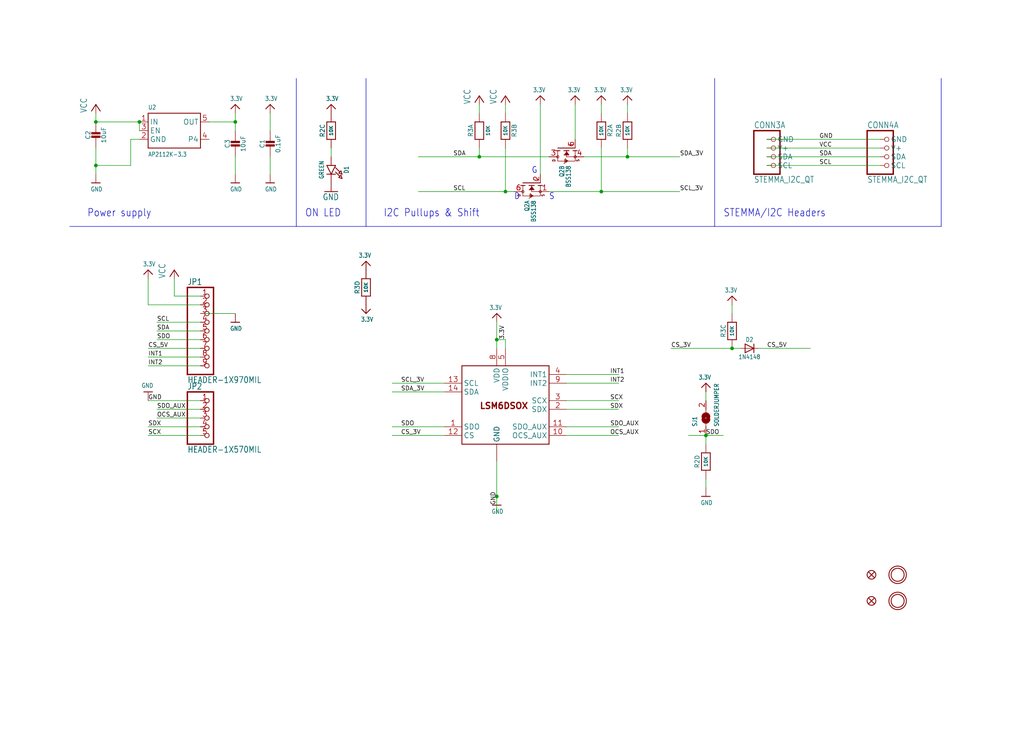
<source format=kicad_sch>
(kicad_sch (version 20250114) (generator "eeschema") (generator_version "9.0")
  (paper "User" 298.45 217.322)
  (lib_symbols
    (symbol "Adafruit_LSM6DSOX-eagle-import:3.3V" (power)
      (symbol "3.3V_1_0"
        (polyline (pts (xy -1.27 -1.27) (xy 0 0)) (stroke (width 0.254)))
        (polyline (pts (xy 0 0) (xy 1.27 -1.27)) (stroke (width 0.254)))
        (pin power_in line (at 0 -2.54 90) (length 2.54) (name "3.3V") (number "1"))
      )
    )
    (symbol "Adafruit_LSM6DSOX-eagle-import:CAP_CERAMIC0603_NO"
      (property "Reference" "C" (at -2.29 1.25 90))
      (symbol "CAP_CERAMIC0603_NO_1_0"
        (rectangle (start -1.27 1.524) (end 1.27 2.032) (fill (type outline)))
        (rectangle (start -1.27 0.508) (end 1.27 1.016) (fill (type outline)))
        (polyline (pts (xy 0 2.54) (xy 0 1.778)) (stroke (width 0.1524)))
        (polyline (pts (xy 0 0.762) (xy 0 0)) (stroke (width 0.1524)))
        (pin passive line (at 0 5.08 270) (length 2.54) (name "1") (number "1"))
        (pin passive line (at 0 -2.54 90) (length 2.54) (name "2") (number "2"))
      )
    )
    (symbol "Adafruit_LSM6DSOX-eagle-import:CAP_CERAMIC0805-NOOUTLINE"
      (property "Reference" "C" (at -2.29 1.25 90))
      (symbol "CAP_CERAMIC0805-NOOUTLINE_1_0"
        (rectangle (start -1.27 1.524) (end 1.27 2.032) (fill (type outline)))
        (rectangle (start -1.27 0.508) (end 1.27 1.016) (fill (type outline)))
        (polyline (pts (xy 0 2.54) (xy 0 1.778)) (stroke (width 0.1524)))
        (polyline (pts (xy 0 0.762) (xy 0 0)) (stroke (width 0.1524)))
        (pin passive line (at 0 5.08 270) (length 2.54) (name "1") (number "1"))
        (pin passive line (at 0 -2.54 90) (length 2.54) (name "2") (number "2"))
      )
    )
    (symbol "Adafruit_LSM6DSOX-eagle-import:DIODESOD-323"
      (property "Reference" "D" (at 0 2.54 0))
      (symbol "DIODESOD-323_1_0"
        (polyline (pts (xy -1.27 1.27) (xy -1.27 -1.27)) (stroke (width 0.254)))
        (polyline (pts (xy -1.27 -1.27) (xy 1.27 0)) (stroke (width 0.254)))
        (polyline (pts (xy 1.27 1.27) (xy 1.27 0)) (stroke (width 0.254)))
        (polyline (pts (xy 1.27 0) (xy -1.27 1.27)) (stroke (width 0.254)))
        (polyline (pts (xy 1.27 0) (xy 1.27 -1.27)) (stroke (width 0.254)))
        (pin passive line (at -2.54 0 0) (length 2.54) (name "A") (number "A"))
        (pin passive line (at 2.54 0 180) (length 2.54) (name "C") (number "C"))
      )
    )
    (symbol "Adafruit_LSM6DSOX-eagle-import:FIDUCIAL_1MM"
      (symbol "FIDUCIAL_1MM_1_0"
        (polyline (pts (xy -0.762 0.762) (xy 0.762 -0.762)) (stroke (width 0.254)))
        (circle (center 0 0) (radius 1.27) (stroke (width 0.254)))
        (polyline (pts (xy 0.762 0.762) (xy -0.762 -0.762)) (stroke (width 0.254)))
      )
    )
    (symbol "Adafruit_LSM6DSOX-eagle-import:GND" (power)
      (symbol "GND_1_0"
        (polyline (pts (xy -1.27 0) (xy 1.27 0)) (stroke (width 0.254)))
        (pin power_in line (at 0 2.54 270) (length 2.54) (name "GND") (number "1"))
      )
    )
    (symbol "Adafruit_LSM6DSOX-eagle-import:HEADER-1X570MIL"
      (property "Reference" "JP" (at -6.35 8.255 0))
      (symbol "HEADER-1X570MIL_1_0"
        (polyline (pts (xy -6.35 7.62) (xy -6.35 -7.62)) (stroke (width 0.4064)))
        (polyline (pts (xy -6.35 -7.62) (xy 1.27 -7.62)) (stroke (width 0.4064)))
        (polyline (pts (xy 1.27 7.62) (xy -6.35 7.62)) (stroke (width 0.4064)))
        (polyline (pts (xy 1.27 -7.62) (xy 1.27 7.62)) (stroke (width 0.4064)))
        (pin passive inverted (at -2.54 5.08 0) (length 2.54) (name "1") (number "1"))
        (pin passive inverted (at -2.54 2.54 0) (length 2.54) (name "2") (number "2"))
        (pin passive inverted (at -2.54 0 0) (length 2.54) (name "3") (number "3"))
        (pin passive inverted (at -2.54 -2.54 0) (length 2.54) (name "4") (number "4"))
        (pin passive inverted (at -2.54 -5.08 0) (length 2.54) (name "5") (number "5"))
      )
    )
    (symbol "Adafruit_LSM6DSOX-eagle-import:HEADER-1X970MIL"
      (property "Reference" "JP" (at -6.35 13.335 0))
      (symbol "HEADER-1X970MIL_1_0"
        (polyline (pts (xy -6.35 12.7) (xy -6.35 -12.7)) (stroke (width 0.4064)))
        (polyline (pts (xy -6.35 -12.7) (xy 1.27 -12.7)) (stroke (width 0.4064)))
        (polyline (pts (xy 1.27 12.7) (xy -6.35 12.7)) (stroke (width 0.4064)))
        (polyline (pts (xy 1.27 -12.7) (xy 1.27 12.7)) (stroke (width 0.4064)))
        (pin passive inverted (at -2.54 10.16 0) (length 2.54) (name "1") (number "1"))
        (pin passive inverted (at -2.54 7.62 0) (length 2.54) (name "2") (number "2"))
        (pin passive inverted (at -2.54 5.08 0) (length 2.54) (name "3") (number "3"))
        (pin passive inverted (at -2.54 2.54 0) (length 2.54) (name "4") (number "4"))
        (pin passive inverted (at -2.54 0 0) (length 2.54) (name "5") (number "5"))
        (pin passive inverted (at -2.54 -2.54 0) (length 2.54) (name "6") (number "6"))
        (pin passive inverted (at -2.54 -5.08 0) (length 2.54) (name "7") (number "7"))
        (pin passive inverted (at -2.54 -7.62 0) (length 2.54) (name "8") (number "8"))
        (pin passive inverted (at -2.54 -10.16 0) (length 2.54) (name "9") (number "9"))
      )
    )
    (symbol "Adafruit_LSM6DSOX-eagle-import:LED0603_NOOUTLINE"
      (property "Reference" "D" (at -1.27 4.445 0))
      (symbol "LED0603_NOOUTLINE_1_0"
        (polyline (pts (xy -2.54 1.27) (xy -2.54 -1.27)) (stroke (width 0.254)))
        (polyline (pts (xy -2.54 -1.27) (xy 0 0)) (stroke (width 0.254)))
        (polyline (pts (xy -1.905 1.27) (xy -0.635 2.54)) (stroke (width 0.254)))
        (polyline (pts (xy -0.9525 2.8575) (xy -0.3175 2.2225)) (stroke (width 0.254)))
        (polyline (pts (xy -0.635 1.27) (xy 0.635 2.54)) (stroke (width 0.254)))
        (polyline (pts (xy -0.3175 2.2225) (xy 0 3.175)) (stroke (width 0.254)))
        (polyline (pts (xy 0 3.175) (xy -0.9525 2.8575)) (stroke (width 0.254)))
        (polyline (pts (xy 0 1.27) (xy 0 0)) (stroke (width 0.254)))
        (polyline (pts (xy 0 0) (xy -2.54 1.27)) (stroke (width 0.254)))
        (polyline (pts (xy 0 0) (xy 0 -1.27)) (stroke (width 0.254)))
        (polyline (pts (xy 0.3175 2.8575) (xy 0.9525 2.2225)) (stroke (width 0.254)))
        (polyline (pts (xy 0.9525 2.2225) (xy 1.27 3.175)) (stroke (width 0.254)))
        (polyline (pts (xy 1.27 3.175) (xy 0.3175 2.8575)) (stroke (width 0.254)))
        (pin passive line (at -5.08 0 0) (length 2.54) (name "A") (number "A"))
        (pin passive line (at 2.54 0 180) (length 2.54) (name "C") (number "C"))
      )
    )
    (symbol "Adafruit_LSM6DSOX-eagle-import:LSM6DSOX"
      (symbol "LSM6DSOX_1_0"
        (polyline (pts (xy -10.16 10.16) (xy 15.24 10.16)) (stroke (width 0.254)))
        (polyline (pts (xy -10.16 -12.7) (xy -10.16 10.16)) (stroke (width 0.254)))
        (polyline (pts (xy 15.24 10.16) (xy 15.24 -12.7)) (stroke (width 0.254)))
        (polyline (pts (xy 15.24 -12.7) (xy -10.16 -12.7)) (stroke (width 0.254)))
        (text "LSM6DSOX" (at -5.08 -2.54 0) (effects (font (size 1.778 1.778) (thickness 0.3556) (bold yes)) (justify left bottom)))
        (pin bidirectional line (at -15.24 5.08 0) (length 5.08) (name "SCL") (number "13"))
        (pin bidirectional line (at -15.24 2.54 0) (length 5.08) (name "SDA") (number "14"))
        (pin bidirectional line (at -15.24 -7.62 0) (length 5.08) (name "SDO") (number "1"))
        (pin bidirectional line (at -15.24 -10.16 0) (length 5.08) (name "CS") (number "12"))
        (pin power_in line (at 0 15.24 270) (length 5.08) (name "VDD") (number "8"))
        (pin power_in line (at 0 -17.78 90) (length 5.08) (name "GND") (number "6"))
        (pin power_in line (at 0 -17.78 90) (length 5.08) (name "GND") (number "7"))
        (pin power_in line (at 2.54 15.24 270) (length 5.08) (name "VDDIO") (number "5"))
        (pin bidirectional line (at 20.32 7.62 180) (length 5.08) (name "INT1") (number "4"))
        (pin bidirectional line (at 20.32 5.08 180) (length 5.08) (name "INT2") (number "9"))
        (pin bidirectional line (at 20.32 0 180) (length 5.08) (name "SCX") (number "3"))
        (pin bidirectional line (at 20.32 -2.54 180) (length 5.08) (name "SDX") (number "2"))
        (pin bidirectional line (at 20.32 -7.62 180) (length 5.08) (name "SDO_AUX") (number "11"))
        (pin bidirectional line (at 20.32 -10.16 180) (length 5.08) (name "OCS_AUX") (number "10"))
      )
    )
    (symbol "Adafruit_LSM6DSOX-eagle-import:MOSFET-N_DUAL"
      (property "Reference" "Q" (at 5.08 0.635 0))
      (symbol "MOSFET-N_DUAL_1_0"
        (polyline (pts (xy 0 2.54) (xy 0 -2.54)) (stroke (width 0.254)))
        (polyline (pts (xy 0.762 3.175) (xy 0.762 2.54)) (stroke (width 0.254)))
        (polyline (pts (xy 0.762 2.54) (xy 0.762 1.905)) (stroke (width 0.254)))
        (polyline (pts (xy 0.762 2.54) (xy 3.81 2.54)) (stroke (width 0.1524)))
        (polyline (pts (xy 0.762 0.762) (xy 0.762 0)) (stroke (width 0.254)))
        (polyline (pts (xy 0.762 0) (xy 0.762 -0.762)) (stroke (width 0.254)))
        (polyline (pts (xy 0.762 0) (xy 2.54 0)) (stroke (width 0.1524)))
        (polyline (pts (xy 0.762 -1.905) (xy 0.762 -2.54)) (stroke (width 0.254)))
        (polyline (pts (xy 0.762 -2.54) (xy 0.762 -3.175)) (stroke (width 0.254)))
        (polyline (pts (xy 1.016 0) (xy 2.032 -0.762) (xy 2.032 0.762)) (stroke (width 0.1524)) (fill (type outline)))
        (circle (center 2.54 2.54) (radius 0.3592))
        (polyline (pts (xy 2.54 0) (xy 2.54 -2.54)) (stroke (width 0.1524)))
        (polyline (pts (xy 2.54 -2.54) (xy 0.762 -2.54)) (stroke (width 0.1524)))
        (polyline (pts (xy 2.54 -2.54) (xy 3.81 -2.54)) (stroke (width 0.1524)))
        (circle (center 2.54 -2.54) (radius 0.3592))
        (polyline (pts (xy 3.302 0.508) (xy 3.048 0.254)) (stroke (width 0.1524)))
        (polyline (pts (xy 3.81 2.54) (xy 3.81 0.508)) (stroke (width 0.1524)))
        (polyline (pts (xy 3.81 0.508) (xy 3.302 0.508)) (stroke (width 0.1524)))
        (polyline (pts (xy 3.81 0.508) (xy 3.81 -2.54)) (stroke (width 0.1524)))
        (polyline (pts (xy 3.81 -0.508) (xy 3.302 0.254) (xy 4.318 0.254)) (stroke (width 0.1524)) (fill (type outline)))
        (polyline (pts (xy 4.318 0.508) (xy 3.81 0.508)) (stroke (width 0.1524)))
        (polyline (pts (xy 4.572 0.762) (xy 4.318 0.508)) (stroke (width 0.1524)))
        (text "G" (at -1.27 -1.905 0) (effects (font (size 0.8128 0.6908)) (justify left bottom)))
        (text "D" (at 3.175 3.175 0) (effects (font (size 0.8128 0.6908)) (justify left bottom)))
        (text "S" (at 3.175 -3.81 0) (effects (font (size 0.8128 0.6908)) (justify left bottom)))
        (pin bidirectional line (at -2.54 -2.54 0) (length 2.54) (name "G") (number "2"))
        (pin bidirectional line (at 2.54 5.08 270) (length 2.54) (name "D") (number "6"))
        (pin bidirectional line (at 2.54 -5.08 90) (length 2.54) (name "S") (number "1"))
      )
      (symbol "MOSFET-N_DUAL_2_0"
        (polyline (pts (xy 0 2.54) (xy 0 -2.54)) (stroke (width 0.254)))
        (polyline (pts (xy 0.762 3.175) (xy 0.762 2.54)) (stroke (width 0.254)))
        (polyline (pts (xy 0.762 2.54) (xy 0.762 1.905)) (stroke (width 0.254)))
        (polyline (pts (xy 0.762 2.54) (xy 3.81 2.54)) (stroke (width 0.1524)))
        (polyline (pts (xy 0.762 0.762) (xy 0.762 0)) (stroke (width 0.254)))
        (polyline (pts (xy 0.762 0) (xy 0.762 -0.762)) (stroke (width 0.254)))
        (polyline (pts (xy 0.762 0) (xy 2.54 0)) (stroke (width 0.1524)))
        (polyline (pts (xy 0.762 -1.905) (xy 0.762 -2.54)) (stroke (width 0.254)))
        (polyline (pts (xy 0.762 -2.54) (xy 0.762 -3.175)) (stroke (width 0.254)))
        (polyline (pts (xy 1.016 0) (xy 2.032 -0.762) (xy 2.032 0.762)) (stroke (width 0.1524)) (fill (type outline)))
        (circle (center 2.54 2.54) (radius 0.3592))
        (polyline (pts (xy 2.54 0) (xy 2.54 -2.54)) (stroke (width 0.1524)))
        (polyline (pts (xy 2.54 -2.54) (xy 0.762 -2.54)) (stroke (width 0.1524)))
        (polyline (pts (xy 2.54 -2.54) (xy 3.81 -2.54)) (stroke (width 0.1524)))
        (circle (center 2.54 -2.54) (radius 0.3592))
        (polyline (pts (xy 3.302 0.508) (xy 3.048 0.254)) (stroke (width 0.1524)))
        (polyline (pts (xy 3.81 2.54) (xy 3.81 0.508)) (stroke (width 0.1524)))
        (polyline (pts (xy 3.81 0.508) (xy 3.302 0.508)) (stroke (width 0.1524)))
        (polyline (pts (xy 3.81 0.508) (xy 3.81 -2.54)) (stroke (width 0.1524)))
        (polyline (pts (xy 3.81 -0.508) (xy 3.302 0.254) (xy 4.318 0.254)) (stroke (width 0.1524)) (fill (type outline)))
        (polyline (pts (xy 4.318 0.508) (xy 3.81 0.508)) (stroke (width 0.1524)))
        (polyline (pts (xy 4.572 0.762) (xy 4.318 0.508)) (stroke (width 0.1524)))
        (text "G" (at -1.27 -1.905 0) (effects (font (size 0.8128 0.6908)) (justify left bottom)))
        (text "D" (at 3.175 3.175 0) (effects (font (size 0.8128 0.6908)) (justify left bottom)))
        (text "S" (at 3.175 -3.81 0) (effects (font (size 0.8128 0.6908)) (justify left bottom)))
        (pin bidirectional line (at -2.54 -2.54 0) (length 2.54) (name "G") (number "5"))
        (pin bidirectional line (at 2.54 5.08 270) (length 2.54) (name "D") (number "3"))
        (pin bidirectional line (at 2.54 -5.08 90) (length 2.54) (name "S") (number "4"))
      )
    )
    (symbol "Adafruit_LSM6DSOX-eagle-import:MOUNTINGHOLE2.5"
      (symbol "MOUNTINGHOLE2.5_1_0"
        (circle (center 0 0) (radius 1.905) (stroke (width 0.254)))
        (circle (center 0 0) (radius 2.54) (stroke (width 0.254)))
      )
    )
    (symbol "Adafruit_LSM6DSOX-eagle-import:RESISTOR_4PACK"
      (property "Reference" "R" (at 0 2.54 0))
      (symbol "RESISTOR_4PACK_1_0"
        (polyline (pts (xy -2.54 1.27) (xy 2.54 1.27)) (stroke (width 0.254)))
        (polyline (pts (xy -2.54 -1.27) (xy -2.54 1.27)) (stroke (width 0.254)))
        (polyline (pts (xy 2.54 1.27) (xy 2.54 -1.27)) (stroke (width 0.254)))
        (polyline (pts (xy 2.54 -1.27) (xy -2.54 -1.27)) (stroke (width 0.254)))
        (pin passive line (at -5.08 0 0) (length 2.54) (name "1") (number "1"))
        (pin passive line (at 5.08 0 180) (length 2.54) (name "2") (number "8"))
      )
      (symbol "RESISTOR_4PACK_2_0"
        (polyline (pts (xy -2.54 1.27) (xy 2.54 1.27)) (stroke (width 0.254)))
        (polyline (pts (xy -2.54 -1.27) (xy -2.54 1.27)) (stroke (width 0.254)))
        (polyline (pts (xy 2.54 1.27) (xy 2.54 -1.27)) (stroke (width 0.254)))
        (polyline (pts (xy 2.54 -1.27) (xy -2.54 -1.27)) (stroke (width 0.254)))
        (pin passive line (at -5.08 0 0) (length 2.54) (name "1") (number "2"))
        (pin passive line (at 5.08 0 180) (length 2.54) (name "2") (number "7"))
      )
      (symbol "RESISTOR_4PACK_3_0"
        (polyline (pts (xy -2.54 1.27) (xy 2.54 1.27)) (stroke (width 0.254)))
        (polyline (pts (xy -2.54 -1.27) (xy -2.54 1.27)) (stroke (width 0.254)))
        (polyline (pts (xy 2.54 1.27) (xy 2.54 -1.27)) (stroke (width 0.254)))
        (polyline (pts (xy 2.54 -1.27) (xy -2.54 -1.27)) (stroke (width 0.254)))
        (pin passive line (at -5.08 0 0) (length 2.54) (name "1") (number "3"))
        (pin passive line (at 5.08 0 180) (length 2.54) (name "2") (number "6"))
      )
      (symbol "RESISTOR_4PACK_4_0"
        (polyline (pts (xy -2.54 1.27) (xy 2.54 1.27)) (stroke (width 0.254)))
        (polyline (pts (xy -2.54 -1.27) (xy -2.54 1.27)) (stroke (width 0.254)))
        (polyline (pts (xy 2.54 1.27) (xy 2.54 -1.27)) (stroke (width 0.254)))
        (polyline (pts (xy 2.54 -1.27) (xy -2.54 -1.27)) (stroke (width 0.254)))
        (pin passive line (at -5.08 0 0) (length 2.54) (name "1") (number "4"))
        (pin passive line (at 5.08 0 180) (length 2.54) (name "2") (number "5"))
      )
    )
    (symbol "Adafruit_LSM6DSOX-eagle-import:SOLDERJUMPER"
      (property "Reference" "SJ" (at -2.54 2.54 0))
      (symbol "SOLDERJUMPER_1_0"
        (polyline (pts (xy -2.54 0) (xy -1.651 0)) (stroke (width 0.1524)))
        (arc (start -0.381 -0.635) (mid -1.0159 0.0001) (end -0.3808 0.635) (stroke (width 1.27)))
        (arc (start 0.381 0.635) (mid 1.0159 -0.0001) (end 0.3808 -0.635) (stroke (width 1.27)))
        (polyline (pts (xy 2.54 0) (xy 1.651 0)) (stroke (width 0.1524)))
        (pin passive line (at -5.08 0 0) (length 2.54) (name "1") (number "1"))
        (pin passive line (at 5.08 0 180) (length 2.54) (name "2") (number "2"))
      )
    )
    (symbol "Adafruit_LSM6DSOX-eagle-import:STEMMA_I2C_QT"
      (symbol "STEMMA_I2C_QT_1_0"
        (polyline (pts (xy -3.81 7.62) (xy -3.81 -5.08)) (stroke (width 0.4064)))
        (polyline (pts (xy -3.81 -5.08) (xy 3.81 -5.08)) (stroke (width 0.4064)))
        (polyline (pts (xy 3.81 7.62) (xy -3.81 7.62)) (stroke (width 0.4064)))
        (polyline (pts (xy 3.81 -5.08) (xy 3.81 7.62)) (stroke (width 0.4064)))
        (pin passive inverted (at 0 5.08 0) (length 2.54) (name "GND") (number "1"))
        (pin passive inverted (at 0 2.54 0) (length 2.54) (name "V+") (number "2"))
        (pin passive inverted (at 0 0 0) (length 2.54) (name "SDA") (number "3"))
        (pin passive inverted (at 0 -2.54 0) (length 2.54) (name "SCL") (number "4"))
      )
      (symbol "STEMMA_I2C_QT_2_0"
        (pin bidirectional line (at 0 0 0) (length 5.08) (name "MT") (number "MT1"))
      )
      (symbol "STEMMA_I2C_QT_3_0"
        (pin bidirectional line (at 0 0 0) (length 5.08) (name "MT") (number "MT2"))
      )
    )
    (symbol "Adafruit_LSM6DSOX-eagle-import:VCC" (power)
      (symbol "VCC_1_0"
        (polyline (pts (xy 0 0) (xy -1.27 -1.905)) (stroke (width 0.254)))
        (polyline (pts (xy 1.27 -1.905) (xy 0 0)) (stroke (width 0.254)))
        (pin power_in line (at 0 -2.54 90) (length 2.54) (name "VCC") (number "1"))
      )
    )
    (symbol "Adafruit_LSM6DSOX-eagle-import:VREG_SOT23-5"
      (property "Reference" "U" (at -7.62 6.096 0))
      (symbol "VREG_SOT23-5_1_0"
        (polyline (pts (xy -7.62 5.08) (xy 7.62 5.08)) (stroke (width 0.254)))
        (polyline (pts (xy -7.62 -5.08) (xy -7.62 5.08)) (stroke (width 0.254)))
        (polyline (pts (xy 7.62 5.08) (xy 7.62 -5.08)) (stroke (width 0.254)))
        (polyline (pts (xy 7.62 -5.08) (xy -7.62 -5.08)) (stroke (width 0.254)))
        (pin power_in line (at -10.16 2.54 0) (length 2.54) (name "IN") (number "1"))
        (pin input line (at -10.16 0 0) (length 2.54) (name "EN") (number "3"))
        (pin power_in line (at -10.16 -2.54 0) (length 2.54) (name "GND") (number "2"))
        (pin power_in line (at 10.16 2.54 180) (length 2.54) (name "OUT") (number "5"))
        (pin bidirectional line (at 10.16 -2.54 180) (length 2.54) (name "P4") (number "4"))
      )
    )
    (symbol "Adafruit_LSM6DSOX-eagle-import:supply1_371_GND" (power)
      (symbol "supply1_371_GND_1_0"
        (polyline (pts (xy -1.905 0) (xy 1.905 0)) (stroke (width 0.254)))
        (pin power_in line (at 0 2.54 270) (length 2.54) (name "GND") (number "1"))
      )
    )
  )
  (text "ON LED" (at 88.9 63.5 0) (effects (font (size 2.1844 1.8567)) (justify left bottom)))
  (text "D" (at 149.86 58.42 0) (effects (font (size 1.778 1.5113)) (justify left bottom)))
  (text "G" (at 154.94 50.8 0) (effects (font (size 1.778 1.5113)) (justify left bottom)))
  (text "S" (at 160.02 58.42 0) (effects (font (size 1.778 1.5113)) (justify left bottom)))
  (text "I2C Pullups & Shift" (at 111.76 63.5 0) (effects (font (size 2.1844 1.8567)) (justify left bottom)))
  (text "STEMMA/I2C Headers" (at 210.82 63.5 0) (effects (font (size 2.1844 1.8567)) (justify left bottom)))
  (text "Power supply" (at 25.4 63.5 0) (effects (font (size 2.1844 1.8567)) (justify left bottom)))
  (junction (at 68.58 35.56))
  (junction (at 147.32 55.88))
  (junction (at 144.78 99.06))
  (junction (at 205.74 127))
  (junction (at 182.88 45.72))
  (junction (at 144.78 144.78))
  (junction (at 40.64 35.56))
  (junction (at 27.94 35.56))
  (junction (at 27.94 48.26))
  (junction (at 213.36 101.6))
  (junction (at 139.7 45.72))
  (junction (at 175.26 55.88))
  (wire (pts (xy 139.7 43.18) (xy 139.7 45.72)) (stroke (width 0.1524)))
  (polyline (pts (xy 208.28 22.86) (xy 208.28 66.04)) (stroke (width 0.1524) (type solid)))
  (wire (pts (xy 205.74 142.24) (xy 205.74 139.7)) (stroke (width 0.1524)))
  (wire (pts (xy 38.1 40.64) (xy 38.1 48.26)) (stroke (width 0.1524)))
  (wire (pts (xy 58.42 99.06) (xy 45.72 99.06)) (stroke (width 0.1524)))
  (wire (pts (xy 165.1 111.76) (xy 180.34 111.76)) (stroke (width 0.1524)))
  (wire (pts (xy 170.18 45.72) (xy 182.88 45.72)) (stroke (width 0.1524)))
  (wire (pts (xy 175.26 33.02) (xy 175.26 30.48)) (stroke (width 0.1524)))
  (wire (pts (xy 27.94 48.26) (xy 27.94 50.8)) (stroke (width 0.1524)))
  (wire (pts (xy 149.86 55.88) (xy 147.32 55.88)) (stroke (width 0.1524)))
  (polyline (pts (xy 20.32 66.04) (xy 86.36 66.04)) (stroke (width 0.1524) (type solid)))
  (polyline (pts (xy 208.28 66.04) (xy 274.32 66.04)) (stroke (width 0.1524) (type solid)))
  (wire (pts (xy 43.18 106.68) (xy 58.42 106.68)) (stroke (width 0.1524)))
  (polyline (pts (xy 106.68 66.04) (xy 208.28 66.04)) (stroke (width 0.1524) (type solid)))
  (wire (pts (xy 256.54 45.72) (xy 223.52 45.72)) (stroke (width 0.1524)))
  (wire (pts (xy 58.42 88.9) (xy 43.18 88.9)) (stroke (width 0.1524)))
  (wire (pts (xy 58.42 119.38) (xy 45.72 119.38)) (stroke (width 0.1524)))
  (wire (pts (xy 223.52 48.26) (xy 256.54 48.26)) (stroke (width 0.1524)))
  (wire (pts (xy 68.58 45.72) (xy 68.58 50.8)) (stroke (width 0.1524)))
  (wire (pts (xy 160.02 45.72) (xy 139.7 45.72)) (stroke (width 0.1524)))
  (wire (pts (xy 40.64 38.1) (xy 40.64 35.56)) (stroke (width 0.1524)))
  (wire (pts (xy 58.42 116.84) (xy 43.18 116.84)) (stroke (width 0.1524)))
  (wire (pts (xy 144.78 134.62) (xy 144.78 144.78)) (stroke (width 0.1524)))
  (wire (pts (xy 40.64 40.64) (xy 38.1 40.64)) (stroke (width 0.1524)))
  (wire (pts (xy 220.98 101.6) (xy 236.22 101.6)) (stroke (width 0.1524)))
  (wire (pts (xy 144.78 101.6) (xy 144.78 99.06)) (stroke (width 0.1524)))
  (wire (pts (xy 60.96 35.56) (xy 68.58 35.56)) (stroke (width 0.1524)))
  (wire (pts (xy 27.94 48.26) (xy 27.94 43.18)) (stroke (width 0.1524)))
  (polyline (pts (xy 106.68 22.86) (xy 106.68 66.04)) (stroke (width 0.1524) (type solid)))
  (wire (pts (xy 129.54 114.3) (xy 114.3 114.3)) (stroke (width 0.1524)))
  (wire (pts (xy 147.32 99.06) (xy 144.78 99.06)) (stroke (width 0.1524)))
  (wire (pts (xy 256.54 40.64) (xy 223.52 40.64)) (stroke (width 0.1524)))
  (wire (pts (xy 58.42 124.46) (xy 43.18 124.46)) (stroke (width 0.1524)))
  (polyline (pts (xy 86.36 66.04) (xy 106.68 66.04)) (stroke (width 0.1524) (type solid)))
  (polyline (pts (xy 274.32 22.86) (xy 274.32 66.04)) (stroke (width 0.1524) (type solid)))
  (wire (pts (xy 205.74 129.54) (xy 205.74 127)) (stroke (width 0.1524)))
  (wire (pts (xy 213.36 101.6) (xy 195.58 101.6)) (stroke (width 0.1524)))
  (wire (pts (xy 165.1 124.46) (xy 180.34 124.46)) (stroke (width 0.1524)))
  (wire (pts (xy 215.9 101.6) (xy 213.36 101.6)) (stroke (width 0.1524)))
  (wire (pts (xy 165.1 119.38) (xy 180.34 119.38)) (stroke (width 0.1524)))
  (wire (pts (xy 157.48 50.8) (xy 157.48 30.48)) (stroke (width 0.1524)))
  (wire (pts (xy 78.74 45.72) (xy 78.74 50.8)) (stroke (width 0.1524)))
  (wire (pts (xy 182.88 33.02) (xy 182.88 30.48)) (stroke (width 0.1524)))
  (wire (pts (xy 50.8 86.36) (xy 50.8 81.28)) (stroke (width 0.1524)))
  (wire (pts (xy 175.26 43.18) (xy 175.26 55.88)) (stroke (width 0.1524)))
  (wire (pts (xy 205.74 127) (xy 210.82 127)) (stroke (width 0.1524)))
  (wire (pts (xy 58.42 91.44) (xy 68.58 91.44)) (stroke (width 0.1524)))
  (wire (pts (xy 205.74 116.84) (xy 205.74 114.3)) (stroke (width 0.1524)))
  (wire (pts (xy 147.32 43.18) (xy 147.32 55.88)) (stroke (width 0.1524)))
  (wire (pts (xy 165.1 127) (xy 180.34 127)) (stroke (width 0.1524)))
  (wire (pts (xy 27.94 33.02) (xy 27.94 35.56)) (stroke (width 0.1524)))
  (wire (pts (xy 165.1 109.22) (xy 180.34 109.22)) (stroke (width 0.1524)))
  (wire (pts (xy 213.36 91.44) (xy 213.36 88.9)) (stroke (width 0.1524)))
  (wire (pts (xy 144.78 144.78) (xy 144.78 149.86)) (stroke (width 0.1524)))
  (wire (pts (xy 78.74 33.02) (xy 78.74 38.1)) (stroke (width 0.1524)))
  (wire (pts (xy 38.1 48.26) (xy 27.94 48.26)) (stroke (width 0.1524)))
  (wire (pts (xy 96.52 45.72) (xy 96.52 43.18)) (stroke (width 0.1524)))
  (wire (pts (xy 175.26 55.88) (xy 198.12 55.88)) (stroke (width 0.1524)))
  (wire (pts (xy 144.78 99.06) (xy 144.78 93.98)) (stroke (width 0.1524)))
  (polyline (pts (xy 86.36 22.86) (xy 86.36 66.04)) (stroke (width 0.1524) (type solid)))
  (wire (pts (xy 160.02 55.88) (xy 175.26 55.88)) (stroke (width 0.1524)))
  (wire (pts (xy 129.54 124.46) (xy 114.3 124.46)) (stroke (width 0.1524)))
  (wire (pts (xy 139.7 45.72) (xy 121.92 45.72)) (stroke (width 0.1524)))
  (wire (pts (xy 68.58 35.56) (xy 68.58 38.1)) (stroke (width 0.1524)))
  (wire (pts (xy 58.42 121.92) (xy 45.72 121.92)) (stroke (width 0.1524)))
  (wire (pts (xy 129.54 127) (xy 114.3 127)) (stroke (width 0.1524)))
  (wire (pts (xy 58.42 96.52) (xy 45.72 96.52)) (stroke (width 0.1524)))
  (wire (pts (xy 129.54 111.76) (xy 114.3 111.76)) (stroke (width 0.1524)))
  (wire (pts (xy 167.64 40.64) (xy 167.64 30.48)) (stroke (width 0.1524)))
  (wire (pts (xy 58.42 86.36) (xy 50.8 86.36)) (stroke (width 0.1524)))
  (wire (pts (xy 40.64 35.56) (xy 27.94 35.56)) (stroke (width 0.1524)))
  (wire (pts (xy 165.1 116.84) (xy 180.34 116.84)) (stroke (width 0.1524)))
  (wire (pts (xy 58.42 127) (xy 43.18 127)) (stroke (width 0.1524)))
  (wire (pts (xy 205.74 127) (xy 200.66 127)) (stroke (width 0.1524)))
  (wire (pts (xy 139.7 33.02) (xy 139.7 30.48)) (stroke (width 0.1524)))
  (wire (pts (xy 147.32 101.6) (xy 147.32 99.06)) (stroke (width 0.1524)))
  (wire (pts (xy 58.42 101.6) (xy 43.18 101.6)) (stroke (width 0.1524)))
  (wire (pts (xy 223.52 43.18) (xy 256.54 43.18)) (stroke (width 0.1524)))
  (wire (pts (xy 182.88 45.72) (xy 198.12 45.72)) (stroke (width 0.1524)))
  (wire (pts (xy 58.42 93.98) (xy 45.72 93.98)) (stroke (width 0.1524)))
  (wire (pts (xy 182.88 43.18) (xy 182.88 45.72)) (stroke (width 0.1524)))
  (wire (pts (xy 147.32 33.02) (xy 147.32 30.48)) (stroke (width 0.1524)))
  (wire (pts (xy 147.32 55.88) (xy 121.92 55.88)) (stroke (width 0.1524)))
  (wire (pts (xy 58.42 104.14) (xy 43.18 104.14)) (stroke (width 0.1524)))
  (wire (pts (xy 68.58 35.56) (xy 68.58 33.02)) (stroke (width 0.1524)))
  (wire (pts (xy 43.18 88.9) (xy 43.18 81.28)) (stroke (width 0.1524)))
  (label "INT2" (at 177.8 111.76 0) (effects (font (size 1.2446 1.2446))))
  (label "SCL" (at 132.08 55.88 0) (effects (font (size 1.2446 1.2446))))
  (label "SDO_AUX" (at 177.8 124.46 0) (effects (font (size 1.2446 1.2446))))
  (label "SDO" (at 116.84 124.46 0) (effects (font (size 1.2446 1.2446))))
  (label "SCX" (at 177.8 116.84 0) (effects (font (size 1.2446 1.2446))))
  (label "SDX" (at 177.8 119.38 0) (effects (font (size 1.2446 1.2446))))
  (label "SDO_AUX" (at 45.72 119.38 0) (effects (font (size 1.2446 1.2446))))
  (label "GND" (at 238.76 40.64 0) (effects (font (size 1.2446 1.2446))))
  (label "SCX" (at 43.18 127 0) (effects (font (size 1.2446 1.2446))))
  (label "SCL_3V" (at 198.12 55.88 0) (effects (font (size 1.2446 1.2446))))
  (label "SCL" (at 238.76 48.26 0) (effects (font (size 1.2446 1.2446))))
  (label "SDA" (at 132.08 45.72 0) (effects (font (size 1.2446 1.2446))))
  (label "SDX" (at 43.18 124.46 0) (effects (font (size 1.2446 1.2446))))
  (label "CS_3V" (at 116.84 127 0) (effects (font (size 1.2446 1.2446))))
  (label "OCS_AUX" (at 177.8 127 0) (effects (font (size 1.2446 1.2446))))
  (label "INT2" (at 43.18 106.68 0) (effects (font (size 1.2446 1.2446))))
  (label "GND" (at 43.18 116.84 0) (effects (font (size 1.2446 1.2446))))
  (label "GND" (at 144.78 147.32 90) (effects (font (size 1.2446 1.2446))))
  (label "CS_5V" (at 223.52 101.6 0) (effects (font (size 1.2446 1.2446))))
  (label "SDA_3V" (at 198.12 45.72 0) (effects (font (size 1.2446 1.2446))))
  (label "SDO" (at 45.72 99.06 0) (effects (font (size 1.2446 1.2446))))
  (label "3.3V" (at 147.32 99.06 90) (effects (font (size 1.2446 1.2446))))
  (label "CS_5V" (at 43.18 101.6 0) (effects (font (size 1.2446 1.2446))))
  (label "INT1" (at 177.8 109.22 0) (effects (font (size 1.2446 1.2446))))
  (label "SDA" (at 238.76 45.72 0) (effects (font (size 1.2446 1.2446))))
  (label "SDO" (at 205.74 127 0) (effects (font (size 1.2446 1.2446))))
  (label "SCL_3V" (at 116.84 111.76 0) (effects (font (size 1.2446 1.2446))))
  (label "SDA_3V" (at 116.84 114.3 0) (effects (font (size 1.2446 1.2446))))
  (label "SDA" (at 45.72 96.52 0) (effects (font (size 1.2446 1.2446))))
  (label "OCS_AUX" (at 45.72 121.92 0) (effects (font (size 1.2446 1.2446))))
  (label "SCL" (at 45.72 93.98 0) (effects (font (size 1.2446 1.2446))))
  (label "VCC" (at 238.76 43.18 0) (effects (font (size 1.2446 1.2446))))
  (label "INT1" (at 43.18 104.14 0) (effects (font (size 1.2446 1.2446))))
  (label "CS_3V" (at 195.58 101.6 0) (effects (font (size 1.2446 1.2446))))
  (symbol (lib_id "Adafruit_LSM6DSOX-eagle-import:RESISTOR_4PACK") (at 213.36 96.52 90) (mirror x) (unit 3)
    (property "Reference" "R3" (at 210.82 96.52 0))
    (property "Value" "10K" (at 213.36 96.52 0) (effects (font (size 1.016 1.016) (thickness 0.2032) (bold yes))))
    (property "Footprint" "Adafruit_LSM6DSOX:RESPACK_4X0603" (effects (hide yes)))
  )
  (symbol (lib_id "Adafruit_LSM6DSOX-eagle-import:DIODESOD-323") (at 218.44 101.6 0) (unit 1)
    (property "Reference" "D2" (at 218.44 99.06 0) (effects (font (size 1.27 1.0795))))
    (property "Value" "1N4148" (at 218.44 104.1 0) (effects (font (size 1.27 1.0795))))
    (property "Footprint" "Adafruit_LSM6DSOX:SOD-323" (effects (hide yes)))
  )
  (symbol (lib_id "Adafruit_LSM6DSOX-eagle-import:GND") (at 78.74 53.34 0) (unit 1)
    (property "Reference" "#U$6" (effects (hide yes)))
    (property "Value" "GND" (at 77.216 55.88 0) (effects (font (size 1.27 1.0795)) (justify left bottom)))
  )
  (symbol (lib_id "Adafruit_LSM6DSOX-eagle-import:supply1_371_GND") (at 96.52 55.88 0) (unit 1)
    (property "Reference" "#GND6" (effects (hide yes)))
    (property "Value" "GND" (at 93.98 58.42 0) (effects (font (size 1.778 1.5113)) (justify left bottom)))
  )
  (symbol (lib_id "Adafruit_LSM6DSOX-eagle-import:3.3V") (at 68.58 30.48 0) (unit 1)
    (property "Reference" "#U$15" (effects (hide yes)))
    (property "Value" "3.3V" (at 67.056 29.464 0) (effects (font (size 1.27 1.0795)) (justify left bottom)))
  )
  (symbol (lib_id "Adafruit_LSM6DSOX-eagle-import:3.3V") (at 157.48 27.94 0) (mirror y) (unit 1)
    (property "Reference" "#U$26" (effects (hide yes)))
    (property "Value" "3.3V" (at 159.004 26.924 0) (effects (font (size 1.27 1.0795)) (justify left bottom)))
  )
  (symbol (lib_id "Adafruit_LSM6DSOX-eagle-import:RESISTOR_4PACK") (at 96.52 38.1 90) (unit 3)
    (property "Reference" "R2" (at 93.98 38.1 0))
    (property "Value" "10K" (at 96.52 38.1 0) (effects (font (size 1.016 1.016) (thickness 0.2032) (bold yes))))
    (property "Footprint" "Adafruit_LSM6DSOX:RESPACK_4X0603" (effects (hide yes)))
  )
  (symbol (lib_id "Adafruit_LSM6DSOX-eagle-import:GND") (at 68.58 53.34 0) (unit 1)
    (property "Reference" "#U$5" (effects (hide yes)))
    (property "Value" "GND" (at 67.056 55.88 0) (effects (font (size 1.27 1.0795)) (justify left bottom)))
  )
  (symbol (lib_id "Adafruit_LSM6DSOX-eagle-import:GND") (at 144.78 147.32 0) (unit 1)
    (property "Reference" "#U$8" (effects (hide yes)))
    (property "Value" "GND" (at 143.256 149.86 0) (effects (font (size 1.27 1.0795)) (justify left bottom)))
  )
  (symbol (lib_id "Adafruit_LSM6DSOX-eagle-import:RESISTOR_4PACK") (at 182.88 38.1 90) (mirror x) (unit 2)
    (property "Reference" "R2" (at 180.34 38.1 0))
    (property "Value" "10K" (at 182.88 38.1 0) (effects (font (size 1.016 1.016) (thickness 0.2032) (bold yes))))
    (property "Footprint" "Adafruit_LSM6DSOX:RESPACK_4X0603" (effects (hide yes)))
  )
  (symbol (lib_id "Adafruit_LSM6DSOX-eagle-import:MOUNTINGHOLE2.5") (at 261.62 167.64 0) (unit 1)
    (property "Reference" "U$17" (effects (hide yes)))
    (property "Value" "MOUNTINGHOLE2.5" (effects (hide yes)))
    (property "Footprint" "Adafruit_LSM6DSOX:MOUNTINGHOLE_2.5_PLATED" (effects (hide yes)))
  )
  (symbol (lib_id "Adafruit_LSM6DSOX-eagle-import:3.3V") (at 78.74 30.48 0) (unit 1)
    (property "Reference" "#U$14" (effects (hide yes)))
    (property "Value" "3.3V" (at 77.216 29.464 0) (effects (font (size 1.27 1.0795)) (justify left bottom)))
  )
  (symbol (lib_id "Adafruit_LSM6DSOX-eagle-import:VCC") (at 139.7 27.94 0) (unit 1)
    (property "Reference" "#P+1" (effects (hide yes)))
    (property "Value" "VCC" (at 137.16 30.48 90) (effects (font (size 1.778 1.5113)) (justify left bottom)))
  )
  (symbol (lib_id "Adafruit_LSM6DSOX-eagle-import:HEADER-1X970MIL") (at 60.96 96.52 0) (unit 1)
    (property "Reference" "JP1" (at 54.61 83.185 0) (effects (font (size 1.778 1.5113)) (justify left bottom)))
    (property "Value" "HEADER-1X970MIL" (at 54.61 111.76 0) (effects (font (size 1.778 1.5113)) (justify left bottom)))
    (property "Footprint" "Adafruit_LSM6DSOX:1X09_ROUND_70" (effects (hide yes)))
  )
  (symbol (lib_id "Adafruit_LSM6DSOX-eagle-import:RESISTOR_4PACK") (at 139.7 38.1 90) (unit 1)
    (property "Reference" "R3" (at 137.16 38.1 0))
    (property "Value" "10K" (at 142.24 38.1 0) (effects (font (size 1.016 1.016) (thickness 0.2032) (bold yes))))
    (property "Footprint" "Adafruit_LSM6DSOX:RESPACK_4X0603" (effects (hide yes)))
  )
  (symbol (lib_id "Adafruit_LSM6DSOX-eagle-import:VCC") (at 27.94 30.48 0) (unit 1)
    (property "Reference" "#P+3" (effects (hide yes)))
    (property "Value" "VCC" (at 25.4 33.02 90) (effects (font (size 1.778 1.5113)) (justify left bottom)))
  )
  (symbol (lib_id "Adafruit_LSM6DSOX-eagle-import:3.3V") (at 43.18 78.74 0) (unit 1)
    (property "Reference" "#U$16" (effects (hide yes)))
    (property "Value" "3.3V" (at 41.656 77.724 0) (effects (font (size 1.27 1.0795)) (justify left bottom)))
  )
  (symbol (lib_id "Adafruit_LSM6DSOX-eagle-import:STEMMA_I2C_QT") (at 256.54 45.72 0) (unit 1)
    (property "Reference" "CONN4" (at 252.73 37.465 0) (effects (font (size 1.778 1.5113)) (justify left bottom)))
    (property "Value" "STEMMA_I2C_QT" (at 252.73 53.34 0) (effects (font (size 1.778 1.5113)) (justify left bottom)))
    (property "Footprint" "Adafruit_LSM6DSOX:JST_SH4" (effects (hide yes)))
  )
  (symbol (lib_id "Adafruit_LSM6DSOX-eagle-import:3.3V") (at 205.74 111.76 0) (mirror y) (unit 1)
    (property "Reference" "#U$11" (effects (hide yes)))
    (property "Value" "3.3V" (at 207.264 110.744 0) (effects (font (size 1.27 1.0795)) (justify left bottom)))
  )
  (symbol (lib_id "Adafruit_LSM6DSOX-eagle-import:CAP_CERAMIC0603_NO") (at 78.74 43.18 0) (unit 1)
    (property "Reference" "C1" (at 76.45 41.93 90))
    (property "Value" "0.1uF" (at 81.04 41.93 90))
    (property "Footprint" "Adafruit_LSM6DSOX:0603-NO" (effects (hide yes)))
  )
  (symbol (lib_id "Adafruit_LSM6DSOX-eagle-import:HEADER-1X570MIL") (at 60.96 121.92 0) (unit 1)
    (property "Reference" "JP2" (at 54.61 113.665 0) (effects (font (size 1.778 1.5113)) (justify left bottom)))
    (property "Value" "HEADER-1X570MIL" (at 54.61 132.08 0) (effects (font (size 1.778 1.5113)) (justify left bottom)))
    (property "Footprint" "Adafruit_LSM6DSOX:1X05_ROUND_70" (effects (hide yes)))
  )
  (symbol (lib_id "Adafruit_LSM6DSOX-eagle-import:GND") (at 68.58 93.98 0) (unit 1)
    (property "Reference" "#U$10" (effects (hide yes)))
    (property "Value" "GND" (at 67.056 96.52 0) (effects (font (size 1.27 1.0795)) (justify left bottom)))
  )
  (symbol (lib_id "Adafruit_LSM6DSOX-eagle-import:MOUNTINGHOLE2.5") (at 261.62 175.26 0) (unit 1)
    (property "Reference" "U$1" (effects (hide yes)))
    (property "Value" "MOUNTINGHOLE2.5" (effects (hide yes)))
    (property "Footprint" "Adafruit_LSM6DSOX:MOUNTINGHOLE_2.5_PLATED" (effects (hide yes)))
  )
  (symbol (lib_id "Adafruit_LSM6DSOX-eagle-import:VCC") (at 50.8 78.74 0) (unit 1)
    (property "Reference" "#P+4" (effects (hide yes)))
    (property "Value" "VCC" (at 48.26 81.28 90) (effects (font (size 1.778 1.5113)) (justify left bottom)))
  )
  (symbol (lib_id "Adafruit_LSM6DSOX-eagle-import:MOSFET-N_DUAL") (at 154.94 53.34 90) (mirror x) (unit 1)
    (property "Reference" "Q2" (at 154.305 58.42 0) (effects (font (size 1.27 1.0795)) (justify left bottom)))
    (property "Value" "BSS138" (at 156.21 58.42 0) (effects (font (size 1.27 1.0795)) (justify left bottom)))
    (property "Footprint" "Adafruit_LSM6DSOX:SOT363" (effects (hide yes)))
  )
  (symbol (lib_id "Adafruit_LSM6DSOX-eagle-import:3.3V") (at 106.68 91.44 0) (mirror x) (unit 1)
    (property "Reference" "#U$21" (effects (hide yes)))
    (property "Value" "3.3V" (at 105.156 92.456 0) (effects (font (size 1.27 1.0795)) (justify left bottom)))
  )
  (symbol (lib_id "Adafruit_LSM6DSOX-eagle-import:FIDUCIAL_1MM") (at 254 167.64 0) (unit 1)
    (property "Reference" "FID4" (effects (hide yes)))
    (property "Value" "FIDUCIAL_1MM" (effects (hide yes)))
    (property "Footprint" "Adafruit_LSM6DSOX:FIDUCIAL_1MM" (effects (hide yes)))
  )
  (symbol (lib_id "Adafruit_LSM6DSOX-eagle-import:3.3V") (at 175.26 27.94 0) (mirror y) (unit 1)
    (property "Reference" "#U$24" (effects (hide yes)))
    (property "Value" "3.3V" (at 176.784 26.924 0) (effects (font (size 1.27 1.0795)) (justify left bottom)))
  )
  (symbol (lib_id "Adafruit_LSM6DSOX-eagle-import:GND") (at 43.18 114.3 180) (unit 1)
    (property "Reference" "#U$22" (effects (hide yes)))
    (property "Value" "GND" (at 44.704 111.76 0) (effects (font (size 1.27 1.0795)) (justify left bottom)))
  )
  (symbol (lib_id "Adafruit_LSM6DSOX-eagle-import:VREG_SOT23-5") (at 50.8 38.1 0) (unit 1)
    (property "Reference" "U2" (at 43.18 32.004 0) (effects (font (size 1.27 1.0795)) (justify left bottom)))
    (property "Value" "AP2112K-3.3" (at 43.18 45.72 0) (effects (font (size 1.27 1.0795)) (justify left bottom)))
    (property "Footprint" "Adafruit_LSM6DSOX:SOT23-5" (effects (hide yes)))
  )
  (symbol (lib_id "Adafruit_LSM6DSOX-eagle-import:3.3V") (at 96.52 30.48 0) (unit 1)
    (property "Reference" "#U$3" (effects (hide yes)))
    (property "Value" "3.3V" (at 94.996 29.464 0) (effects (font (size 1.27 1.0795)) (justify left bottom)))
  )
  (symbol (lib_id "Adafruit_LSM6DSOX-eagle-import:LSM6DSOX") (at 144.78 116.84 0) (unit 1)
    (property "Reference" "U$2" (effects (hide yes)))
    (property "Value" "LSM6DSOX" (effects (hide yes)))
    (property "Footprint" "Adafruit_LSM6DSOX:LGA-14L" (effects (hide yes)))
  )
  (symbol (lib_id "Adafruit_LSM6DSOX-eagle-import:MOSFET-N_DUAL") (at 165.1 43.18 90) (mirror x) (unit 2)
    (property "Reference" "Q2" (at 164.465 48.26 0) (effects (font (size 1.27 1.0795)) (justify left bottom)))
    (property "Value" "BSS138" (at 166.37 48.26 0) (effects (font (size 1.27 1.0795)) (justify left bottom)))
    (property "Footprint" "Adafruit_LSM6DSOX:SOT363" (effects (hide yes)))
  )
  (symbol (lib_id "Adafruit_LSM6DSOX-eagle-import:VCC") (at 147.32 27.94 0) (unit 1)
    (property "Reference" "#P+2" (effects (hide yes)))
    (property "Value" "VCC" (at 144.78 30.48 90) (effects (font (size 1.778 1.5113)) (justify left bottom)))
  )
  (symbol (lib_id "Adafruit_LSM6DSOX-eagle-import:RESISTOR_4PACK") (at 205.74 134.62 90) (unit 4)
    (property "Reference" "R2" (at 203.2 134.62 0))
    (property "Value" "10K" (at 205.74 134.62 0) (effects (font (size 1.016 1.016) (thickness 0.2032) (bold yes))))
    (property "Footprint" "Adafruit_LSM6DSOX:RESPACK_4X0603" (effects (hide yes)))
  )
  (symbol (lib_id "Adafruit_LSM6DSOX-eagle-import:3.3V") (at 106.68 76.2 0) (mirror y) (unit 1)
    (property "Reference" "#U$19" (effects (hide yes)))
    (property "Value" "3.3V" (at 108.204 75.184 0) (effects (font (size 1.27 1.0795)) (justify left bottom)))
  )
  (symbol (lib_id "Adafruit_LSM6DSOX-eagle-import:3.3V") (at 182.88 27.94 0) (mirror y) (unit 1)
    (property "Reference" "#U$7" (effects (hide yes)))
    (property "Value" "3.3V" (at 184.404 26.924 0) (effects (font (size 1.27 1.0795)) (justify left bottom)))
  )
  (symbol (lib_id "Adafruit_LSM6DSOX-eagle-import:CAP_CERAMIC0805-NOOUTLINE") (at 68.58 43.18 0) (unit 1)
    (property "Reference" "C3" (at 66.29 41.93 90))
    (property "Value" "10uF" (at 70.88 41.93 90))
    (property "Footprint" "Adafruit_LSM6DSOX:0805-NO" (effects (hide yes)))
  )
  (symbol (lib_id "Adafruit_LSM6DSOX-eagle-import:CAP_CERAMIC0805-NOOUTLINE") (at 27.94 40.64 0) (unit 1)
    (property "Reference" "C2" (at 25.65 39.39 90))
    (property "Value" "10uF" (at 30.24 39.39 90))
    (property "Footprint" "Adafruit_LSM6DSOX:0805-NO" (effects (hide yes)))
  )
  (symbol (lib_id "Adafruit_LSM6DSOX-eagle-import:STEMMA_I2C_QT") (at 223.52 45.72 0) (unit 1)
    (property "Reference" "CONN3" (at 219.71 37.465 0) (effects (font (size 1.778 1.5113)) (justify left bottom)))
    (property "Value" "STEMMA_I2C_QT" (at 219.71 53.34 0) (effects (font (size 1.778 1.5113)) (justify left bottom)))
    (property "Footprint" "Adafruit_LSM6DSOX:JST_SH4" (effects (hide yes)))
  )
  (symbol (lib_id "Adafruit_LSM6DSOX-eagle-import:RESISTOR_4PACK") (at 175.26 38.1 270) (unit 1)
    (property "Reference" "R2" (at 177.8 38.1 0))
    (property "Value" "10K" (at 175.26 38.1 0) (effects (font (size 1.016 1.016) (thickness 0.2032) (bold yes))))
    (property "Footprint" "Adafruit_LSM6DSOX:RESPACK_4X0603" (effects (hide yes)))
  )
  (symbol (lib_id "Adafruit_LSM6DSOX-eagle-import:3.3V") (at 213.36 86.36 0) (mirror y) (unit 1)
    (property "Reference" "#U$12" (effects (hide yes)))
    (property "Value" "3.3V" (at 214.884 85.344 0) (effects (font (size 1.27 1.0795)) (justify left bottom)))
  )
  (symbol (lib_id "Adafruit_LSM6DSOX-eagle-import:LED0603_NOOUTLINE") (at 96.52 50.8 270) (unit 1)
    (property "Reference" "D1" (at 100.965 49.53 0) (effects (font (size 1.27 1.0795))))
    (property "Value" "GREEN" (at 93.726 49.53 0) (effects (font (size 1.27 1.0795))))
    (property "Footprint" "Adafruit_LSM6DSOX:CHIPLED_0603_NOOUTLINE" (effects (hide yes)))
  )
  (symbol (lib_id "Adafruit_LSM6DSOX-eagle-import:3.3V") (at 144.78 91.44 0) (mirror y) (unit 1)
    (property "Reference" "#U$4" (effects (hide yes)))
    (property "Value" "3.3V" (at 146.304 90.424 0) (effects (font (size 1.27 1.0795)) (justify left bottom)))
  )
  (symbol (lib_id "Adafruit_LSM6DSOX-eagle-import:RESISTOR_4PACK") (at 147.32 38.1 270) (mirror x) (unit 2)
    (property "Reference" "R3" (at 149.86 38.1 0))
    (property "Value" "10K" (at 147.32 38.1 0) (effects (font (size 1.016 1.016) (thickness 0.2032) (bold yes))))
    (property "Footprint" "Adafruit_LSM6DSOX:RESPACK_4X0603" (effects (hide yes)))
  )
  (symbol (lib_id "Adafruit_LSM6DSOX-eagle-import:3.3V") (at 167.64 27.94 0) (mirror y) (unit 1)
    (property "Reference" "#U$23" (effects (hide yes)))
    (property "Value" "3.3V" (at 169.164 26.924 0) (effects (font (size 1.27 1.0795)) (justify left bottom)))
  )
  (symbol (lib_id "Adafruit_LSM6DSOX-eagle-import:GND") (at 27.94 53.34 0) (unit 1)
    (property "Reference" "#U$13" (effects (hide yes)))
    (property "Value" "GND" (at 26.416 55.88 0) (effects (font (size 1.27 1.0795)) (justify left bottom)))
  )
  (symbol (lib_id "Adafruit_LSM6DSOX-eagle-import:RESISTOR_4PACK") (at 106.68 83.82 90) (unit 4)
    (property "Reference" "R3" (at 104.14 83.82 0))
    (property "Value" "10K" (at 106.68 83.82 0) (effects (font (size 1.016 1.016) (thickness 0.2032) (bold yes))))
    (property "Footprint" "Adafruit_LSM6DSOX:RESPACK_4X0603" (effects (hide yes)))
  )
  (symbol (lib_id "Adafruit_LSM6DSOX-eagle-import:GND") (at 205.74 144.78 0) (unit 1)
    (property "Reference" "#U$20" (effects (hide yes)))
    (property "Value" "GND" (at 204.216 147.32 0) (effects (font (size 1.27 1.0795)) (justify left bottom)))
  )
  (symbol (lib_id "Adafruit_LSM6DSOX-eagle-import:SOLDERJUMPER") (at 205.74 121.92 90) (unit 1)
    (property "Reference" "SJ1" (at 203.2 124.46 0) (effects (font (size 1.27 1.0795)) (justify left bottom)))
    (property "Value" "SOLDERJUMPER" (at 209.55 124.46 0) (effects (font (size 1.27 1.0795)) (justify left bottom)))
    (property "Footprint" "Adafruit_LSM6DSOX:SOLDERJUMPER_ARROW_NOPASTE" (effects (hide yes)))
  )
  (symbol (lib_id "Adafruit_LSM6DSOX-eagle-import:FIDUCIAL_1MM") (at 254 175.26 0) (unit 1)
    (property "Reference" "FID3" (effects (hide yes)))
    (property "Value" "FIDUCIAL_1MM" (effects (hide yes)))
    (property "Footprint" "Adafruit_LSM6DSOX:FIDUCIAL_1MM" (effects (hide yes)))
  )
)
</source>
